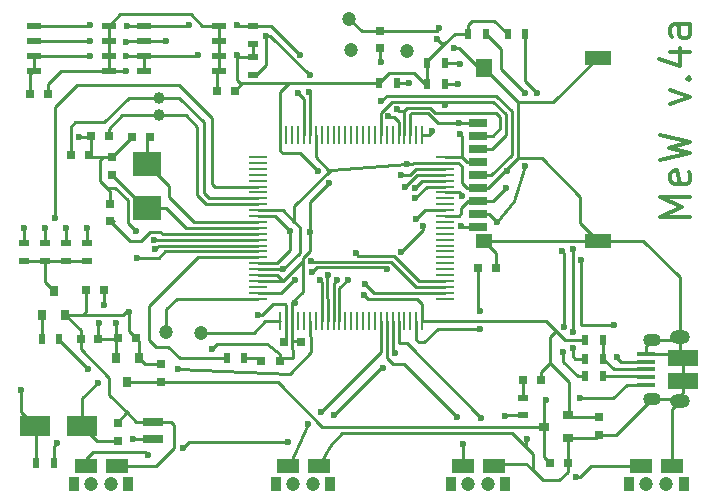
<source format=gbr>
G04 #@! TF.FileFunction,Copper,L1,Top,Signal*
%FSLAX46Y46*%
G04 Gerber Fmt 4.6, Leading zero omitted, Abs format (unit mm)*
G04 Created by KiCad (PCBNEW 4.0.4-stable) date Sun Apr  9 13:13:39 2017*
%MOMM*%
%LPD*%
G01*
G04 APERTURE LIST*
%ADD10C,0.250000*%
%ADD11C,0.300000*%
%ADD12R,1.800000X0.800000*%
%ADD13R,1.650000X0.400000*%
%ADD14O,1.500000X1.100000*%
%ADD15O,1.700000X1.200000*%
%ADD16R,2.500000X1.430000*%
%ADD17R,0.800000X0.750000*%
%ADD18R,0.750000X0.800000*%
%ADD19R,2.200000X1.200000*%
%ADD20R,1.400000X1.600000*%
%ADD21R,1.400000X1.200000*%
%ADD22R,1.600000X0.700000*%
%ADD23R,2.500000X1.800000*%
%ADD24R,0.800000X0.800000*%
%ADD25C,1.200000*%
%ADD26R,0.800000X0.900000*%
%ADD27R,0.500000X0.900000*%
%ADD28R,0.900000X0.500000*%
%ADD29R,1.900000X1.200000*%
%ADD30R,0.900000X1.200000*%
%ADD31R,1.143000X0.508000*%
%ADD32R,0.900000X0.800000*%
%ADD33R,1.500000X0.280000*%
%ADD34R,0.280000X1.500000*%
%ADD35R,2.400000X2.000000*%
%ADD36C,1.000000*%
%ADD37C,0.600000*%
G04 APERTURE END LIST*
D10*
D11*
X158030952Y-68379762D02*
X155530952Y-68379762D01*
X157316667Y-67546429D01*
X155530952Y-66713095D01*
X158030952Y-66713095D01*
X157911905Y-64570238D02*
X158030952Y-64808333D01*
X158030952Y-65284524D01*
X157911905Y-65522619D01*
X157673810Y-65641667D01*
X156721429Y-65641667D01*
X156483333Y-65522619D01*
X156364286Y-65284524D01*
X156364286Y-64808333D01*
X156483333Y-64570238D01*
X156721429Y-64451190D01*
X156959524Y-64451190D01*
X157197619Y-65641667D01*
X155530952Y-63617857D02*
X158030952Y-63022619D01*
X156245238Y-62546429D01*
X158030952Y-62070238D01*
X155530952Y-61475000D01*
X156364286Y-58855952D02*
X158030952Y-58260714D01*
X156364286Y-57665476D01*
X157792857Y-56713095D02*
X157911905Y-56594047D01*
X158030952Y-56713095D01*
X157911905Y-56832143D01*
X157792857Y-56713095D01*
X158030952Y-56713095D01*
X156364286Y-54451190D02*
X158030952Y-54451190D01*
X155411905Y-55046428D02*
X157197619Y-55641667D01*
X157197619Y-54094047D01*
X158030952Y-52070238D02*
X156721429Y-52070238D01*
X156483333Y-52189286D01*
X156364286Y-52427381D01*
X156364286Y-52903572D01*
X156483333Y-53141667D01*
X157911905Y-52070238D02*
X158030952Y-52308334D01*
X158030952Y-52903572D01*
X157911905Y-53141667D01*
X157673810Y-53260715D01*
X157435714Y-53260715D01*
X157197619Y-53141667D01*
X157078571Y-52903572D01*
X157078571Y-52308334D01*
X156959524Y-52070238D01*
D12*
X112525000Y-85750000D03*
X112525000Y-87250000D03*
D13*
X154290000Y-82610000D03*
X154290000Y-81960000D03*
X154290000Y-81310000D03*
X154290000Y-80660000D03*
X154290000Y-80010000D03*
D14*
X154850000Y-83800000D03*
X154800000Y-78860000D03*
D15*
X157170000Y-84040000D03*
X157170000Y-78580000D03*
D16*
X157410000Y-82270000D03*
X157410000Y-80350000D03*
D17*
X140120000Y-72730000D03*
X141620000Y-72730000D03*
X112320000Y-61610000D03*
X110820000Y-61610000D03*
D18*
X131800000Y-54150000D03*
X131800000Y-52650000D03*
X109080000Y-64850000D03*
X109080000Y-63350000D03*
X108940000Y-68780000D03*
X108940000Y-67280000D03*
D17*
X102175000Y-58000000D03*
X103675000Y-58000000D03*
X146160000Y-89230000D03*
X147660000Y-89230000D03*
X125125000Y-79000000D03*
X123625000Y-79000000D03*
D18*
X150320000Y-85360000D03*
X150320000Y-86860000D03*
X113225000Y-82400000D03*
X113225000Y-80900000D03*
D17*
X119500000Y-57775000D03*
X118000000Y-57775000D03*
X107925000Y-78725000D03*
X106425000Y-78725000D03*
X106925000Y-74625000D03*
X108425000Y-74625000D03*
X107125000Y-63175000D03*
X105625000Y-63175000D03*
D18*
X109575000Y-87375000D03*
X109575000Y-85875000D03*
D17*
X109625000Y-78700000D03*
X111125000Y-78700000D03*
X107300000Y-61600000D03*
X108800000Y-61600000D03*
D19*
X150200000Y-54920000D03*
X150200000Y-70420000D03*
D20*
X140600000Y-55820000D03*
D21*
X140600000Y-70420000D03*
D22*
X140100000Y-69270000D03*
X140100000Y-67070000D03*
X140100000Y-68170000D03*
X140100000Y-65970000D03*
X140100000Y-64870000D03*
X140100000Y-63770000D03*
X140100000Y-60470000D03*
X140100000Y-61570000D03*
X140100000Y-62670000D03*
D23*
X102550000Y-86100000D03*
X106550000Y-86100000D03*
D24*
X145450000Y-82200000D03*
X143850000Y-82200000D03*
X123300000Y-80600000D03*
X121700000Y-80600000D03*
D25*
X113700000Y-78150000D03*
X116625000Y-78225000D03*
X129200000Y-51625000D03*
X129360000Y-54320000D03*
X134110000Y-54340000D03*
D26*
X103190000Y-76692000D03*
X105090000Y-76692000D03*
X104140000Y-74692000D03*
D27*
X102650000Y-89250000D03*
X104150000Y-89250000D03*
X149180000Y-78850000D03*
X150680000Y-78850000D03*
X149170000Y-80410000D03*
X150670000Y-80410000D03*
X149180000Y-81920000D03*
X150680000Y-81920000D03*
D28*
X101600000Y-70624000D03*
X101600000Y-72124000D03*
X106934000Y-70624000D03*
X106934000Y-72124000D03*
X103378000Y-70624000D03*
X103378000Y-72124000D03*
X143900000Y-83725000D03*
X143900000Y-85225000D03*
X105156000Y-70624000D03*
X105156000Y-72124000D03*
D27*
X103136000Y-78740000D03*
X104636000Y-78740000D03*
X120300000Y-80350000D03*
X118800000Y-80350000D03*
D28*
X121025000Y-54900000D03*
X121025000Y-56400000D03*
X121025000Y-53775000D03*
X121025000Y-52275000D03*
D27*
X135770000Y-57200000D03*
X137270000Y-57200000D03*
X131690000Y-57110000D03*
X133190000Y-57110000D03*
X135790000Y-55420000D03*
X137290000Y-55420000D03*
X142580000Y-52950000D03*
X144080000Y-52950000D03*
X139225000Y-52925000D03*
X140725000Y-52925000D03*
D29*
X126610000Y-89470000D03*
X123960000Y-89490000D03*
D25*
X124400000Y-91000000D03*
D30*
X122940000Y-91020000D03*
X127560000Y-91000000D03*
D25*
X126100000Y-91000000D03*
D29*
X141435000Y-89470000D03*
X138785000Y-89490000D03*
D25*
X139225000Y-91000000D03*
D30*
X137765000Y-91020000D03*
X142385000Y-91000000D03*
D25*
X140925000Y-91000000D03*
D29*
X109535000Y-89470000D03*
X106885000Y-89490000D03*
D25*
X107325000Y-91000000D03*
D30*
X105865000Y-91020000D03*
X110485000Y-91000000D03*
D25*
X109025000Y-91000000D03*
D29*
X156535000Y-89470000D03*
X153885000Y-89490000D03*
D25*
X154325000Y-91000000D03*
D30*
X152865000Y-91020000D03*
X157485000Y-91000000D03*
D25*
X156025000Y-91000000D03*
D31*
X111812500Y-56017500D03*
X111812500Y-54747500D03*
X111812500Y-53477500D03*
X111812500Y-52207500D03*
X118162500Y-52207500D03*
X118162500Y-53477500D03*
X118162500Y-54747500D03*
X118162500Y-56017500D03*
D32*
X147690000Y-87120000D03*
X147690000Y-85220000D03*
X145690000Y-86170000D03*
D33*
X121450000Y-63340000D03*
X121450000Y-63840000D03*
X121450000Y-64340000D03*
X121450000Y-64840000D03*
X121450000Y-65340000D03*
X121450000Y-65840000D03*
X121450000Y-66340000D03*
X121450000Y-66840000D03*
X121450000Y-67340000D03*
X121450000Y-67840000D03*
X121450000Y-68340000D03*
X121450000Y-68840000D03*
X121450000Y-69340000D03*
X121450000Y-69840000D03*
X121450000Y-70340000D03*
X121450000Y-70840000D03*
X121450000Y-71340000D03*
X121450000Y-71840000D03*
X121450000Y-72340000D03*
X121450000Y-72840000D03*
X121450000Y-73340000D03*
X121450000Y-73840000D03*
X121450000Y-74340000D03*
X121450000Y-74840000D03*
X121450000Y-75340000D03*
D34*
X123350000Y-77240000D03*
X123850000Y-77240000D03*
X124350000Y-77240000D03*
X124850000Y-77240000D03*
X125350000Y-77240000D03*
X125850000Y-77240000D03*
X126350000Y-77240000D03*
X126850000Y-77240000D03*
X127350000Y-77240000D03*
X127850000Y-77240000D03*
X128350000Y-77240000D03*
X128850000Y-77240000D03*
X129350000Y-77240000D03*
X129850000Y-77240000D03*
X130350000Y-77240000D03*
X130850000Y-77240000D03*
X131350000Y-77240000D03*
X131850000Y-77240000D03*
X132350000Y-77240000D03*
X132850000Y-77240000D03*
X133350000Y-77240000D03*
X133850000Y-77240000D03*
X134350000Y-77240000D03*
X134850000Y-77240000D03*
X135350000Y-77240000D03*
D33*
X137250000Y-75340000D03*
X137250000Y-74840000D03*
X137250000Y-74340000D03*
X137250000Y-73840000D03*
X137250000Y-73340000D03*
X137250000Y-72840000D03*
X137250000Y-72340000D03*
X137250000Y-71840000D03*
X137250000Y-71340000D03*
X137250000Y-70840000D03*
X137250000Y-70340000D03*
X137250000Y-69840000D03*
X137250000Y-69340000D03*
X137250000Y-68840000D03*
X137250000Y-68340000D03*
X137250000Y-67840000D03*
X137250000Y-67340000D03*
X137250000Y-66840000D03*
X137250000Y-66340000D03*
X137250000Y-65840000D03*
X137250000Y-65340000D03*
X137250000Y-64840000D03*
X137250000Y-64340000D03*
X137250000Y-63840000D03*
X137250000Y-63340000D03*
D34*
X135350000Y-61440000D03*
X134850000Y-61440000D03*
X134350000Y-61440000D03*
X133850000Y-61440000D03*
X133350000Y-61440000D03*
X132850000Y-61440000D03*
X132350000Y-61440000D03*
X131850000Y-61440000D03*
X131350000Y-61440000D03*
X130850000Y-61440000D03*
X130350000Y-61440000D03*
X129850000Y-61440000D03*
X129350000Y-61440000D03*
X128850000Y-61440000D03*
X128350000Y-61440000D03*
X127850000Y-61440000D03*
X127350000Y-61440000D03*
X126850000Y-61440000D03*
X126350000Y-61440000D03*
X125850000Y-61440000D03*
X125350000Y-61440000D03*
X124850000Y-61440000D03*
X124350000Y-61440000D03*
X123850000Y-61440000D03*
X123350000Y-61440000D03*
D26*
X111350000Y-80350000D03*
X109450000Y-80350000D03*
X110400000Y-82350000D03*
D31*
X102472500Y-56017500D03*
X102472500Y-54747500D03*
X102472500Y-53477500D03*
X102472500Y-52207500D03*
X108822500Y-52207500D03*
X108822500Y-53477500D03*
X108822500Y-54747500D03*
X108822500Y-56017500D03*
D35*
X112060000Y-63950000D03*
X112060000Y-67650000D03*
D36*
X113100000Y-58320000D03*
X113100000Y-59820000D03*
D37*
X104475000Y-87525000D03*
X110850000Y-87175000D03*
X144250000Y-87200000D03*
X142350000Y-85275000D03*
X106275000Y-61625000D03*
X110250000Y-56025000D03*
X110490000Y-76454000D03*
X111160000Y-69620000D03*
X136790000Y-52440000D03*
X138010000Y-54070000D03*
X142570000Y-64530000D03*
X134110000Y-63900000D03*
X121460000Y-76680000D03*
X123550000Y-72850000D03*
X140230000Y-77910000D03*
X140210000Y-76420000D03*
X131840000Y-55280000D03*
X133590000Y-64850000D03*
X116400000Y-54675000D03*
X119650000Y-54700000D03*
X107225000Y-54750000D03*
X110300000Y-54800000D03*
X107875000Y-82450000D03*
X117575000Y-79575000D03*
X136570000Y-53380000D03*
X138520000Y-61390000D03*
X130450000Y-75060000D03*
X124610000Y-75720000D03*
X126540000Y-64560000D03*
X127480000Y-65520000D03*
X124190000Y-69630000D03*
X125840000Y-69660000D03*
X148720000Y-83760000D03*
X145850000Y-83930000D03*
X138640000Y-69170000D03*
X135410000Y-69220000D03*
X133550000Y-71350000D03*
X132410000Y-72860000D03*
X126000000Y-73080000D03*
X124620000Y-73750000D03*
X145090000Y-57940000D03*
X142470000Y-65990000D03*
X144080000Y-57940000D03*
X144050000Y-64100000D03*
X141690000Y-68840000D03*
X134810000Y-68590000D03*
X132490000Y-59900000D03*
X131900000Y-58640000D03*
X138420000Y-57200000D03*
X138440000Y-60470000D03*
X134230000Y-57040000D03*
X133240000Y-59310000D03*
X138520000Y-55440000D03*
X137250000Y-58920000D03*
X104250000Y-68500000D03*
X101350000Y-83100000D03*
X151870000Y-80310000D03*
X151610000Y-77570000D03*
X148830000Y-72100000D03*
X138730000Y-66630000D03*
X107000000Y-69375000D03*
X125970000Y-72180000D03*
X129720000Y-71480000D03*
X112760000Y-71140000D03*
X112610000Y-70330000D03*
X130480000Y-74080000D03*
X111180000Y-71860000D03*
X133900000Y-65880000D03*
X136180000Y-61130000D03*
X134750000Y-65970000D03*
X148100000Y-71170000D03*
X148120000Y-78170000D03*
X148100000Y-79480000D03*
X147290000Y-79810000D03*
X147340000Y-77710000D03*
X147220000Y-71310000D03*
X134780000Y-66840000D03*
X107050000Y-81275000D03*
X114650000Y-81275000D03*
X125825000Y-56425000D03*
X125800000Y-57800000D03*
X122100000Y-53075000D03*
X113625000Y-53500000D03*
X110300000Y-53575000D03*
X107225000Y-53500000D03*
X125000000Y-54700000D03*
X124825000Y-57900000D03*
X119650000Y-52150000D03*
X115625000Y-52175000D03*
X110350000Y-52225000D03*
X107225000Y-52175000D03*
X126800000Y-84950000D03*
X125700000Y-85925000D03*
X138300000Y-85375000D03*
X138800000Y-87600000D03*
X112175000Y-88550000D03*
X115075000Y-87950000D03*
X124025000Y-87450000D03*
X127900000Y-85175000D03*
X132025000Y-81175000D03*
X133025000Y-79925000D03*
X140350000Y-85425000D03*
X148350000Y-90450000D03*
X129050000Y-73740000D03*
X128120000Y-73780000D03*
X127410000Y-73320000D03*
X126690000Y-73790000D03*
X101600000Y-69342000D03*
X103400000Y-69375000D03*
X105175000Y-69350000D03*
X108400000Y-75850000D03*
X108000000Y-77425000D03*
X109450000Y-77425000D03*
D10*
X112525000Y-87250000D02*
X110925000Y-87250000D01*
X104150000Y-87850000D02*
X104150000Y-89250000D01*
X104475000Y-87525000D02*
X104150000Y-87850000D01*
X110925000Y-87250000D02*
X110850000Y-87175000D01*
X157410000Y-82270000D02*
X157410000Y-80350000D01*
X108822500Y-54747500D02*
X108822500Y-53477500D01*
X156535000Y-89470000D02*
X156535000Y-84675000D01*
X156535000Y-84675000D02*
X157170000Y-84040000D01*
X143900000Y-85225000D02*
X142400000Y-85225000D01*
X144162500Y-87287500D02*
X144162500Y-87912500D01*
X144250000Y-87200000D02*
X144162500Y-87287500D01*
X142400000Y-85225000D02*
X142350000Y-85275000D01*
X109535000Y-89470000D02*
X112855000Y-89470000D01*
X114050000Y-85750000D02*
X112525000Y-85750000D01*
X114350000Y-86050000D02*
X114050000Y-85750000D01*
X114350000Y-87975000D02*
X114350000Y-86050000D01*
X112855000Y-89470000D02*
X114350000Y-87975000D01*
X141435000Y-89295000D02*
X144170000Y-89295000D01*
X144170000Y-89295000D02*
X144700000Y-89825000D01*
X126625000Y-89500000D02*
X127535000Y-87790000D01*
X147660000Y-89990000D02*
X147660000Y-89230000D01*
X146975000Y-90675000D02*
X147660000Y-89990000D01*
X145550000Y-90675000D02*
X146975000Y-90675000D01*
X144700000Y-89825000D02*
X145550000Y-90675000D01*
X144700000Y-88450000D02*
X144700000Y-89825000D01*
X142975000Y-86725000D02*
X144162500Y-87912500D01*
X144162500Y-87912500D02*
X144700000Y-88450000D01*
X128600000Y-86725000D02*
X142975000Y-86725000D01*
X127535000Y-87790000D02*
X128600000Y-86725000D01*
X118000000Y-57775000D02*
X118000000Y-56180000D01*
X118000000Y-56180000D02*
X118162500Y-56017500D01*
X103675000Y-58000000D02*
X103675000Y-57125000D01*
X104782500Y-56017500D02*
X108822500Y-56017500D01*
X103675000Y-57125000D02*
X104782500Y-56017500D01*
X109080000Y-63350000D02*
X107300000Y-63350000D01*
X107300000Y-63350000D02*
X107300000Y-61600000D01*
X107300000Y-61600000D02*
X107275000Y-61625000D01*
X107275000Y-61625000D02*
X106275000Y-61625000D01*
X110250000Y-56025000D02*
X110242500Y-56017500D01*
X110242500Y-56017500D02*
X108822500Y-56017500D01*
X118162500Y-56017500D02*
X118162500Y-54747500D01*
X118162500Y-54747500D02*
X118162500Y-53477500D01*
X118162500Y-53477500D02*
X118162500Y-52207500D01*
X118162500Y-52207500D02*
X116707500Y-52207500D01*
X109755000Y-51275000D02*
X108822500Y-52207500D01*
X115775000Y-51275000D02*
X109755000Y-51275000D01*
X116707500Y-52207500D02*
X115775000Y-51275000D01*
X108822500Y-52207500D02*
X108822500Y-54747500D01*
X108822500Y-54747500D02*
X108822500Y-56017500D01*
X123625000Y-79000000D02*
X123625000Y-78825000D01*
X123625000Y-78825000D02*
X123850000Y-78600000D01*
X123850000Y-78600000D02*
X123850000Y-77240000D01*
X106925000Y-74625000D02*
X106925000Y-76400000D01*
X106925000Y-76400000D02*
X106633000Y-76692000D01*
X131800000Y-52650000D02*
X130225000Y-52650000D01*
X130225000Y-52650000D02*
X129200000Y-51625000D01*
X109575000Y-85875000D02*
X109575000Y-85750000D01*
X109575000Y-85750000D02*
X110275000Y-85050000D01*
X110275000Y-85050000D02*
X110425000Y-85050000D01*
X112525000Y-85750000D02*
X111125000Y-85750000D01*
X106425000Y-79625000D02*
X106425000Y-78725000D01*
X108875000Y-82075000D02*
X106425000Y-79625000D01*
X108875000Y-83500000D02*
X108875000Y-82075000D01*
X111125000Y-85750000D02*
X110425000Y-85050000D01*
X110425000Y-85050000D02*
X108875000Y-83500000D01*
X106425000Y-78725000D02*
X106425000Y-78027000D01*
X106425000Y-78027000D02*
X105090000Y-76692000D01*
X113225000Y-80900000D02*
X111900000Y-80900000D01*
X111900000Y-80900000D02*
X111350000Y-80350000D01*
X111350000Y-80350000D02*
X111350000Y-78925000D01*
X111350000Y-78925000D02*
X110490000Y-78065000D01*
X110490000Y-78065000D02*
X110490000Y-76454000D01*
X105090000Y-76692000D02*
X106633000Y-76692000D01*
X106633000Y-76692000D02*
X109998000Y-76692000D01*
X110236000Y-76454000D02*
X110490000Y-76454000D01*
X109998000Y-76692000D02*
X110236000Y-76454000D01*
X108940000Y-67280000D02*
X108940000Y-66260000D01*
X108940000Y-66260000D02*
X108640000Y-65960000D01*
X110820000Y-61610000D02*
X109080000Y-63350000D01*
X109080000Y-63350000D02*
X108300000Y-63350000D01*
X108300000Y-63350000D02*
X108040000Y-63610000D01*
X108040000Y-63610000D02*
X108040000Y-65360000D01*
X108040000Y-65360000D02*
X108640000Y-65960000D01*
X108640000Y-65960000D02*
X109380000Y-65960000D01*
X109380000Y-65960000D02*
X110430000Y-67010000D01*
X110430000Y-67010000D02*
X110430000Y-68890000D01*
X110430000Y-68890000D02*
X111160000Y-69620000D01*
X141620000Y-72730000D02*
X141620000Y-71440000D01*
X141620000Y-71440000D02*
X140600000Y-70420000D01*
X140600000Y-55820000D02*
X140190000Y-55820000D01*
X140190000Y-55820000D02*
X138440000Y-54070000D01*
X136580000Y-52650000D02*
X131800000Y-52650000D01*
X136790000Y-52440000D02*
X136580000Y-52650000D01*
X138440000Y-54070000D02*
X138010000Y-54070000D01*
X140100000Y-65970000D02*
X139170000Y-65970000D01*
X138410000Y-63840000D02*
X137250000Y-63840000D01*
X138710000Y-64140000D02*
X138410000Y-63840000D01*
X138710000Y-65510000D02*
X138710000Y-64140000D01*
X139170000Y-65970000D02*
X138710000Y-65510000D01*
X147660000Y-89230000D02*
X147660000Y-87150000D01*
X147660000Y-87150000D02*
X147690000Y-87120000D01*
X147690000Y-87120000D02*
X150060000Y-87120000D01*
X150060000Y-87120000D02*
X150320000Y-86860000D01*
X150320000Y-86860000D02*
X151790000Y-86860000D01*
X151790000Y-86860000D02*
X154850000Y-83800000D01*
X154290000Y-80010000D02*
X157070000Y-80010000D01*
X157070000Y-80010000D02*
X157410000Y-80350000D01*
X154800000Y-78860000D02*
X156890000Y-78860000D01*
X156890000Y-78860000D02*
X157170000Y-78580000D01*
X154290000Y-80010000D02*
X154290000Y-79370000D01*
X154290000Y-79370000D02*
X154800000Y-78860000D01*
X157170000Y-78580000D02*
X157170000Y-73510000D01*
X154080000Y-70420000D02*
X150200000Y-70420000D01*
X157170000Y-73510000D02*
X154080000Y-70420000D01*
X154850000Y-83800000D02*
X156930000Y-83800000D01*
X156930000Y-83800000D02*
X157410000Y-83320000D01*
X157410000Y-83320000D02*
X157410000Y-80350000D01*
X157410000Y-80350000D02*
X157170000Y-80110000D01*
X157170000Y-80110000D02*
X157170000Y-78580000D01*
X157170000Y-78580000D02*
X156890000Y-78860000D01*
X124530000Y-68820000D02*
X124530000Y-67530000D01*
X124530000Y-67530000D02*
X127630000Y-64430000D01*
X134110000Y-63900000D02*
X127630000Y-64430000D01*
X127630000Y-64430000D02*
X127400000Y-64430000D01*
X127400000Y-64430000D02*
X126350000Y-63380000D01*
X126350000Y-63380000D02*
X126350000Y-61440000D01*
X137250000Y-63840000D02*
X135120000Y-63840000D01*
X135120000Y-63840000D02*
X134110000Y-63900000D01*
X142570000Y-64530000D02*
X142570000Y-64540000D01*
X140600000Y-70420000D02*
X150200000Y-70420000D01*
X143500000Y-63460000D02*
X145470000Y-63460000D01*
X145470000Y-63460000D02*
X148700000Y-66690000D01*
X148700000Y-66690000D02*
X148700000Y-68920000D01*
X148700000Y-68920000D02*
X150200000Y-70420000D01*
X143495000Y-58715000D02*
X146405000Y-58715000D01*
X146405000Y-58715000D02*
X150200000Y-54920000D01*
X140100000Y-65970000D02*
X140960000Y-65970000D01*
X143500000Y-58720000D02*
X143495000Y-58715000D01*
X143495000Y-58715000D02*
X140600000Y-55820000D01*
X143500000Y-63430000D02*
X143500000Y-63460000D01*
X143500000Y-63460000D02*
X143500000Y-58720000D01*
X140960000Y-65970000D02*
X143500000Y-63430000D01*
X123850000Y-77240000D02*
X123850000Y-75850000D01*
X121820000Y-76680000D02*
X121460000Y-76680000D01*
X122750000Y-75750000D02*
X121820000Y-76680000D01*
X123750000Y-75750000D02*
X122750000Y-75750000D01*
X123850000Y-75850000D02*
X123750000Y-75750000D01*
X123550000Y-72850000D02*
X123610000Y-72850000D01*
X123550000Y-67840000D02*
X121450000Y-67840000D01*
X125000000Y-69290000D02*
X124530000Y-68820000D01*
X124530000Y-68820000D02*
X123550000Y-67840000D01*
X125000000Y-71460000D02*
X125000000Y-69290000D01*
X123610000Y-72850000D02*
X125000000Y-71460000D01*
X123540000Y-72840000D02*
X121450000Y-72840000D01*
X123550000Y-72850000D02*
X123540000Y-72840000D01*
X134850000Y-77240000D02*
X134850000Y-78810000D01*
X136670000Y-77890000D02*
X140210000Y-77890000D01*
X135520000Y-79040000D02*
X136670000Y-77890000D01*
X135080000Y-79040000D02*
X135520000Y-79040000D01*
X134850000Y-78810000D02*
X135080000Y-79040000D01*
X140210000Y-77890000D02*
X140230000Y-77910000D01*
X140210000Y-76420000D02*
X140120000Y-76330000D01*
X140120000Y-76330000D02*
X140120000Y-72730000D01*
X112060000Y-63950000D02*
X112060000Y-61870000D01*
X112060000Y-61870000D02*
X112320000Y-61610000D01*
X121450000Y-68840000D02*
X116010000Y-68840000D01*
X113910000Y-65800000D02*
X112060000Y-63950000D01*
X113910000Y-66740000D02*
X113910000Y-65800000D01*
X116010000Y-68840000D02*
X113910000Y-66740000D01*
X131800000Y-55240000D02*
X131800000Y-54150000D01*
X131840000Y-55280000D02*
X131800000Y-55240000D01*
X137250000Y-64340000D02*
X134803602Y-64340000D01*
X134293602Y-64850000D02*
X133590000Y-64850000D01*
X134803602Y-64340000D02*
X134293602Y-64850000D01*
X112060000Y-67650000D02*
X111880000Y-67650000D01*
X111880000Y-67650000D02*
X109080000Y-64850000D01*
X121450000Y-69340000D02*
X115370000Y-69340000D01*
X113680000Y-67650000D02*
X112060000Y-67650000D01*
X115370000Y-69340000D02*
X113680000Y-67650000D01*
X121450000Y-69840000D02*
X113340000Y-69840000D01*
X110635000Y-70475000D02*
X108940000Y-68780000D01*
X111550000Y-70475000D02*
X110635000Y-70475000D01*
X112325000Y-69700000D02*
X111550000Y-70475000D01*
X113200000Y-69700000D02*
X112325000Y-69700000D01*
X113340000Y-69840000D02*
X113200000Y-69700000D01*
X109250000Y-68780000D02*
X108940000Y-68780000D01*
X145450000Y-82200000D02*
X145450000Y-81575000D01*
X145450000Y-81575000D02*
X146217500Y-80807500D01*
X119500000Y-57775000D02*
X119500000Y-57725000D01*
X119500000Y-57725000D02*
X120115000Y-57110000D01*
X124200000Y-57110000D02*
X120115000Y-57110000D01*
X120115000Y-57110000D02*
X119935000Y-57110000D01*
X119650000Y-56825000D02*
X119650000Y-54700000D01*
X119935000Y-57110000D02*
X119650000Y-56825000D01*
X111812500Y-54747500D02*
X116352500Y-54747500D01*
X116352500Y-54747500D02*
X116400000Y-54700000D01*
X116400000Y-54700000D02*
X116400000Y-54675000D01*
X119850000Y-54900000D02*
X121025000Y-54900000D01*
X119650000Y-54700000D02*
X119850000Y-54900000D01*
X121025000Y-54900000D02*
X121025000Y-53775000D01*
X102175000Y-58000000D02*
X102175000Y-56315000D01*
X102175000Y-56315000D02*
X102472500Y-56017500D01*
X102472500Y-56017500D02*
X102472500Y-54747500D01*
X102472500Y-54747500D02*
X102475000Y-54750000D01*
X102475000Y-54750000D02*
X107225000Y-54750000D01*
X110300000Y-54800000D02*
X110352500Y-54747500D01*
X110352500Y-54747500D02*
X111812500Y-54747500D01*
X111812500Y-54747500D02*
X111812500Y-56017500D01*
X124363748Y-78950251D02*
X125075251Y-78950251D01*
X125075251Y-78950251D02*
X125125000Y-79000000D01*
X109575000Y-87375000D02*
X107825000Y-87375000D01*
X107825000Y-87375000D02*
X106550000Y-86100000D01*
X123300000Y-80375000D02*
X123300000Y-80050000D01*
X106550000Y-83775000D02*
X106550000Y-86100000D01*
X107875000Y-82450000D02*
X106550000Y-83775000D01*
X118000000Y-79150000D02*
X117575000Y-79575000D01*
X122175000Y-79150000D02*
X118000000Y-79150000D01*
X123300000Y-80050000D02*
X122175000Y-79150000D01*
X123300000Y-80375000D02*
X123375000Y-80375000D01*
X123375000Y-80375000D02*
X124375000Y-80350000D01*
X124375000Y-80350000D02*
X124363748Y-78950251D01*
X124363748Y-78950251D02*
X124350000Y-77240000D01*
X138700000Y-63340000D02*
X138700000Y-61570000D01*
X136915000Y-53725000D02*
X137295000Y-53725000D01*
X136570000Y-53380000D02*
X136915000Y-53725000D01*
X138700000Y-61570000D02*
X138520000Y-61390000D01*
X150320000Y-85360000D02*
X147830000Y-85360000D01*
X147830000Y-85360000D02*
X147770000Y-85300000D01*
X147770000Y-85300000D02*
X147770000Y-82360000D01*
X147770000Y-82360000D02*
X146217500Y-80807500D01*
X146217500Y-80807500D02*
X146210000Y-80800000D01*
X146210000Y-80800000D02*
X146210000Y-78560000D01*
X146210000Y-78560000D02*
X146685000Y-78085000D01*
X139225000Y-52925000D02*
X139225000Y-52195000D01*
X141440000Y-51810000D02*
X142580000Y-52950000D01*
X139610000Y-51810000D02*
X141440000Y-51810000D01*
X139225000Y-52195000D02*
X139610000Y-51810000D01*
X135790000Y-55420000D02*
X135790000Y-55230000D01*
X135790000Y-55230000D02*
X137295000Y-53725000D01*
X137295000Y-53725000D02*
X138095000Y-52925000D01*
X138095000Y-52925000D02*
X139225000Y-52925000D01*
X123350000Y-61440000D02*
X123350000Y-57840000D01*
X124080000Y-57110000D02*
X124200000Y-57110000D01*
X124200000Y-57110000D02*
X131690000Y-57110000D01*
X123350000Y-57840000D02*
X124080000Y-57110000D01*
X135350000Y-77240000D02*
X145840000Y-77240000D01*
X147450000Y-78850000D02*
X149180000Y-78850000D01*
X145840000Y-77240000D02*
X146685000Y-78085000D01*
X146685000Y-78085000D02*
X147450000Y-78850000D01*
X124350000Y-75650000D02*
X124540000Y-75650000D01*
X135350000Y-75810000D02*
X135350000Y-77240000D01*
X134880000Y-75340000D02*
X135350000Y-75810000D01*
X130730000Y-75340000D02*
X134880000Y-75340000D01*
X130450000Y-75060000D02*
X130730000Y-75340000D01*
X124540000Y-75650000D02*
X124610000Y-75720000D01*
X125840000Y-69660000D02*
X125840000Y-67160000D01*
X123350000Y-62800000D02*
X123350000Y-61440000D01*
X123540000Y-62990000D02*
X123350000Y-62800000D01*
X124970000Y-62990000D02*
X123540000Y-62990000D01*
X126540000Y-64560000D02*
X124970000Y-62990000D01*
X125840000Y-67160000D02*
X127480000Y-65520000D01*
X137250000Y-63340000D02*
X138700000Y-63340000D01*
X139130000Y-63770000D02*
X140100000Y-63770000D01*
X138700000Y-63340000D02*
X139130000Y-63770000D01*
X135770000Y-57200000D02*
X135600000Y-57200000D01*
X135600000Y-57200000D02*
X134650000Y-56250000D01*
X134650000Y-56250000D02*
X132550000Y-56250000D01*
X132550000Y-56250000D02*
X131690000Y-57110000D01*
X135770000Y-57200000D02*
X135770000Y-55440000D01*
X135770000Y-55440000D02*
X135790000Y-55420000D01*
X125250000Y-72150000D02*
X125250000Y-74750000D01*
X124350000Y-75650000D02*
X124350000Y-77240000D01*
X125250000Y-74750000D02*
X124350000Y-75650000D01*
X121450000Y-72340000D02*
X123100000Y-72340000D01*
X124190000Y-71250000D02*
X124190000Y-69630000D01*
X123100000Y-72340000D02*
X124190000Y-71250000D01*
X121450000Y-73340000D02*
X123060000Y-73340000D01*
X123060000Y-73340000D02*
X123560000Y-73840000D01*
X121450000Y-73840000D02*
X123560000Y-73840000D01*
X122900000Y-68340000D02*
X124190000Y-69630000D01*
X122900000Y-68340000D02*
X121450000Y-68340000D01*
X125840000Y-71310000D02*
X125840000Y-69660000D01*
X125250000Y-71900000D02*
X125840000Y-71310000D01*
X125250000Y-72150000D02*
X125250000Y-71900000D01*
X123560000Y-73840000D02*
X125250000Y-72150000D01*
X113225000Y-82400000D02*
X123125000Y-82400000D01*
X126895000Y-86170000D02*
X145690000Y-86170000D01*
X123125000Y-82400000D02*
X126895000Y-86170000D01*
X110400000Y-82350000D02*
X113175000Y-82350000D01*
X113175000Y-82350000D02*
X113225000Y-82400000D01*
X146160000Y-89230000D02*
X146160000Y-89210000D01*
X146160000Y-89210000D02*
X145690000Y-88740000D01*
X145690000Y-88740000D02*
X145690000Y-86170000D01*
X154290000Y-82610000D02*
X152700000Y-82610000D01*
X152700000Y-82610000D02*
X151550000Y-83760000D01*
X151550000Y-83760000D02*
X148720000Y-83760000D01*
X145850000Y-83930000D02*
X145690000Y-84090000D01*
X145690000Y-84090000D02*
X145690000Y-86170000D01*
X105625000Y-63175000D02*
X105625000Y-60775000D01*
X110505000Y-58320000D02*
X113100000Y-58320000D01*
X108425000Y-60400000D02*
X110505000Y-58320000D01*
X106000000Y-60400000D02*
X108425000Y-60400000D01*
X105625000Y-60775000D02*
X106000000Y-60400000D01*
X113100000Y-58320000D02*
X114770000Y-58320000D01*
X117340000Y-66840000D02*
X121450000Y-66840000D01*
X116860000Y-66360000D02*
X117340000Y-66840000D01*
X116860000Y-60410000D02*
X116860000Y-66360000D01*
X114770000Y-58320000D02*
X116860000Y-60410000D01*
X108800000Y-61600000D02*
X108800000Y-61000000D01*
X109980000Y-59820000D02*
X113100000Y-59820000D01*
X108800000Y-61000000D02*
X109980000Y-59820000D01*
X121450000Y-67340000D02*
X117080000Y-67340000D01*
X115320000Y-59820000D02*
X113100000Y-59820000D01*
X116330000Y-60830000D02*
X115320000Y-59820000D01*
X116330000Y-66590000D02*
X116330000Y-60830000D01*
X117080000Y-67340000D02*
X116330000Y-66590000D01*
X121450000Y-74840000D02*
X123430000Y-74840000D01*
X138740000Y-69270000D02*
X140100000Y-69270000D01*
X138640000Y-69170000D02*
X138740000Y-69270000D01*
X135390000Y-69240000D02*
X135410000Y-69220000D01*
X135390000Y-69510000D02*
X135390000Y-69240000D01*
X133550000Y-71350000D02*
X135390000Y-69510000D01*
X132210002Y-72660002D02*
X132410000Y-72860000D01*
X126419998Y-72660002D02*
X132210002Y-72660002D01*
X126000000Y-73080000D02*
X126419998Y-72660002D01*
X124520000Y-73750000D02*
X124620000Y-73750000D01*
X123430000Y-74840000D02*
X124520000Y-73750000D01*
X140100000Y-67070000D02*
X141390000Y-67070000D01*
X144080000Y-56930000D02*
X144080000Y-52950000D01*
X145090000Y-57940000D02*
X144080000Y-56930000D01*
X141390000Y-67070000D02*
X142470000Y-65990000D01*
X140100000Y-67070000D02*
X139230000Y-67070000D01*
X138460000Y-68340000D02*
X137250000Y-68340000D01*
X138680000Y-68120000D02*
X138460000Y-68340000D01*
X138680000Y-67620000D02*
X138680000Y-68120000D01*
X139230000Y-67070000D02*
X138680000Y-67620000D01*
X141690000Y-68840000D02*
X143135094Y-67036125D01*
X142030000Y-54230000D02*
X140725000Y-52925000D01*
X142030000Y-55890000D02*
X142030000Y-54230000D01*
X144080000Y-57940000D02*
X142030000Y-55890000D01*
X144030000Y-64100000D02*
X144050000Y-64100000D01*
X143135094Y-67036125D02*
X144030000Y-64100000D01*
X137250000Y-67840000D02*
X135560000Y-67840000D01*
X141020000Y-68170000D02*
X140100000Y-68170000D01*
X141690000Y-68840000D02*
X141020000Y-68170000D01*
X135560000Y-67840000D02*
X134810000Y-68590000D01*
X140100000Y-64870000D02*
X141190000Y-64870000D01*
X133350000Y-60340000D02*
X133350000Y-61440000D01*
X132950000Y-59940000D02*
X133350000Y-60340000D01*
X132530000Y-59940000D02*
X132950000Y-59940000D01*
X132490000Y-59900000D02*
X132530000Y-59940000D01*
X131900000Y-58630000D02*
X131900000Y-58640000D01*
X132340000Y-58190000D02*
X131900000Y-58630000D01*
X141640000Y-58190000D02*
X132340000Y-58190000D01*
X142930000Y-59480000D02*
X141640000Y-58190000D01*
X142930000Y-63130000D02*
X142930000Y-59480000D01*
X141190000Y-64870000D02*
X142930000Y-63130000D01*
X138140000Y-60470000D02*
X138440000Y-60470000D01*
X138420000Y-57200000D02*
X137270000Y-57200000D01*
X140100000Y-60470000D02*
X138140000Y-60470000D01*
X138140000Y-60470000D02*
X136690000Y-60470000D01*
X134350000Y-59700000D02*
X134350000Y-61440000D01*
X134450000Y-59600000D02*
X134350000Y-59700000D01*
X135820000Y-59600000D02*
X134450000Y-59600000D01*
X136690000Y-60470000D02*
X135820000Y-59600000D01*
X133850000Y-59410000D02*
X133340000Y-59410000D01*
X134160000Y-57110000D02*
X133190000Y-57110000D01*
X134230000Y-57040000D02*
X134160000Y-57110000D01*
X133340000Y-59410000D02*
X133240000Y-59310000D01*
X140100000Y-61570000D02*
X141320000Y-61570000D01*
X133850000Y-59410000D02*
X133850000Y-61440000D01*
X133899998Y-59360002D02*
X133850000Y-59410000D01*
X133899998Y-59320002D02*
X133899998Y-59360002D01*
X134070002Y-59149998D02*
X133899998Y-59320002D01*
X136006396Y-59149998D02*
X134070002Y-59149998D01*
X136456398Y-59600000D02*
X136006396Y-59149998D01*
X141640000Y-59600000D02*
X136456398Y-59600000D01*
X141980000Y-59940000D02*
X141640000Y-59600000D01*
X141980000Y-60910000D02*
X141980000Y-59940000D01*
X141320000Y-61570000D02*
X141980000Y-60910000D01*
X137250000Y-58650000D02*
X137250000Y-58920000D01*
X138500000Y-55420000D02*
X137290000Y-55420000D01*
X138520000Y-55440000D02*
X138500000Y-55420000D01*
X140100000Y-62670000D02*
X141290000Y-62670000D01*
X131850000Y-59580000D02*
X131850000Y-61440000D01*
X132780000Y-58650000D02*
X131850000Y-59580000D01*
X141380000Y-58650000D02*
X137250000Y-58650000D01*
X137250000Y-58650000D02*
X132780000Y-58650000D01*
X142450000Y-59720000D02*
X141380000Y-58650000D01*
X142450000Y-61510000D02*
X142450000Y-59720000D01*
X141290000Y-62670000D02*
X142450000Y-61510000D01*
X102650000Y-89250000D02*
X102650000Y-86200000D01*
X102650000Y-86200000D02*
X102550000Y-86100000D01*
X101350000Y-83100000D02*
X101350000Y-84900000D01*
X117815000Y-65840000D02*
X117575000Y-65600000D01*
X117575000Y-65600000D02*
X117575000Y-60075000D01*
X117575000Y-60075000D02*
X114725000Y-57225000D01*
X114725000Y-57225000D02*
X106125000Y-57225000D01*
X106125000Y-57225000D02*
X104275000Y-59075000D01*
X104275000Y-59075000D02*
X104275000Y-68475000D01*
X104275000Y-68475000D02*
X104250000Y-68500000D01*
X121450000Y-65840000D02*
X117815000Y-65840000D01*
X101350000Y-84900000D02*
X102550000Y-86100000D01*
X120300000Y-80350000D02*
X121675000Y-80350000D01*
X121675000Y-80350000D02*
X121700000Y-80375000D01*
X150680000Y-81920000D02*
X154250000Y-81920000D01*
X154250000Y-81920000D02*
X154290000Y-81960000D01*
X150670000Y-80410000D02*
X150670000Y-78860000D01*
X150670000Y-78860000D02*
X150680000Y-78850000D01*
X154290000Y-81310000D02*
X151570000Y-81310000D01*
X151570000Y-81310000D02*
X150670000Y-80410000D01*
X137250000Y-66340000D02*
X138490000Y-66340000D01*
X152200000Y-80660000D02*
X151870000Y-80330000D01*
X151870000Y-80330000D02*
X151870000Y-80310000D01*
X152200000Y-80660000D02*
X154290000Y-80660000D01*
X148850000Y-77570000D02*
X151610000Y-77570000D01*
X148830000Y-77590000D02*
X148850000Y-77570000D01*
X148830000Y-72100000D02*
X148830000Y-77590000D01*
X138730000Y-66580000D02*
X138730000Y-66630000D01*
X138490000Y-66340000D02*
X138730000Y-66580000D01*
X106934000Y-69441000D02*
X106934000Y-70624000D01*
X107000000Y-69375000D02*
X106934000Y-69441000D01*
X134810000Y-74340000D02*
X137250000Y-74340000D01*
X132680000Y-72210000D02*
X134810000Y-74340000D01*
X126000000Y-72210000D02*
X132680000Y-72210000D01*
X125970000Y-72180000D02*
X126000000Y-72210000D01*
X135060000Y-73840000D02*
X137250000Y-73840000D01*
X132940000Y-71720000D02*
X135060000Y-73840000D01*
X129960000Y-71720000D02*
X132940000Y-71720000D01*
X129720000Y-71480000D02*
X129960000Y-71720000D01*
X113060000Y-70840000D02*
X121450000Y-70840000D01*
X112760000Y-71140000D02*
X113060000Y-70840000D01*
X121450000Y-70340000D02*
X112600000Y-70340000D01*
X112600000Y-70340000D02*
X112610000Y-70330000D01*
X131240000Y-74840000D02*
X137250000Y-74840000D01*
X130480000Y-74080000D02*
X131240000Y-74840000D01*
X121450000Y-71340000D02*
X113570000Y-71340000D01*
X113050000Y-71860000D02*
X111180000Y-71860000D01*
X113570000Y-71340000D02*
X113050000Y-71860000D01*
X121450000Y-75340000D02*
X114610000Y-75340000D01*
X113700000Y-76250000D02*
X113700000Y-78150000D01*
X114610000Y-75340000D02*
X113700000Y-76250000D01*
X123350000Y-77240000D02*
X122060000Y-77240000D01*
X121075000Y-78225000D02*
X116625000Y-78225000D01*
X122060000Y-77240000D02*
X121075000Y-78225000D01*
X134940000Y-64840000D02*
X133900000Y-65880000D01*
X137250000Y-64840000D02*
X134940000Y-64840000D01*
X135350000Y-61440000D02*
X135950000Y-61440000D01*
X136180000Y-61210000D02*
X136180000Y-61130000D01*
X135950000Y-61440000D02*
X136180000Y-61210000D01*
X103136000Y-78740000D02*
X103136000Y-76746000D01*
X103136000Y-76746000D02*
X103190000Y-76692000D01*
X103378000Y-72124000D02*
X103378000Y-73930000D01*
X103378000Y-73930000D02*
X104140000Y-74692000D01*
X101600000Y-72124000D02*
X103378000Y-72124000D01*
X103378000Y-72124000D02*
X105156000Y-72124000D01*
X105156000Y-72124000D02*
X106934000Y-72124000D01*
X149170000Y-80410000D02*
X148320000Y-80410000D01*
X135380000Y-65340000D02*
X137250000Y-65340000D01*
X134750000Y-65970000D02*
X135380000Y-65340000D01*
X148100000Y-78150000D02*
X148100000Y-71170000D01*
X148120000Y-78170000D02*
X148100000Y-78150000D01*
X148100000Y-80190000D02*
X148100000Y-79480000D01*
X148320000Y-80410000D02*
X148100000Y-80190000D01*
X137250000Y-65840000D02*
X135780000Y-65840000D01*
X148510000Y-81920000D02*
X149180000Y-81920000D01*
X147280000Y-80690000D02*
X148510000Y-81920000D01*
X147280000Y-79820000D02*
X147280000Y-80690000D01*
X147290000Y-79810000D02*
X147280000Y-79820000D01*
X147340000Y-71430000D02*
X147340000Y-77710000D01*
X147220000Y-71310000D02*
X147340000Y-71430000D01*
X135780000Y-65840000D02*
X134780000Y-66840000D01*
X104636000Y-78740000D02*
X104636000Y-78861000D01*
X104636000Y-78861000D02*
X107050000Y-81275000D01*
X114650000Y-81275000D02*
X114675000Y-81250000D01*
X114675000Y-81250000D02*
X124200000Y-81675000D01*
X124200000Y-81675000D02*
X125900650Y-79844337D01*
X125900650Y-79844337D02*
X125850000Y-77240000D01*
X118800000Y-80350000D02*
X114825000Y-80350000D01*
X116360000Y-71840000D02*
X121450000Y-71840000D01*
X112250000Y-75950000D02*
X116360000Y-71840000D01*
X112250000Y-78800000D02*
X112250000Y-75950000D01*
X112850000Y-79400000D02*
X112250000Y-78800000D01*
X113875000Y-79400000D02*
X112850000Y-79400000D01*
X114825000Y-80350000D02*
X113875000Y-79400000D01*
X125850000Y-61440000D02*
X125850000Y-57850000D01*
X122475000Y-53075000D02*
X122100000Y-53075000D01*
X125825000Y-56425000D02*
X122475000Y-53075000D01*
X125850000Y-57850000D02*
X125800000Y-57800000D01*
X121025000Y-56400000D02*
X121250000Y-56400000D01*
X121250000Y-56400000D02*
X122100000Y-55550000D01*
X122100000Y-55550000D02*
X122100000Y-53075000D01*
X113625000Y-53500000D02*
X113602500Y-53477500D01*
X113602500Y-53477500D02*
X111812500Y-53477500D01*
X102472500Y-53477500D02*
X107202500Y-53477500D01*
X110397500Y-53477500D02*
X111812500Y-53477500D01*
X110300000Y-53575000D02*
X110397500Y-53477500D01*
X107202500Y-53477500D02*
X107225000Y-53500000D01*
X125350000Y-61440000D02*
X125350000Y-58425000D01*
X122575000Y-52275000D02*
X121025000Y-52275000D01*
X125000000Y-54700000D02*
X122575000Y-52275000D01*
X125350000Y-58425000D02*
X124825000Y-57900000D01*
X111812500Y-52207500D02*
X115592500Y-52207500D01*
X119775000Y-52275000D02*
X121025000Y-52275000D01*
X119650000Y-52150000D02*
X119775000Y-52275000D01*
X115592500Y-52207500D02*
X115625000Y-52175000D01*
X102472500Y-52207500D02*
X107182500Y-52207500D01*
X110367500Y-52207500D02*
X111812500Y-52207500D01*
X110350000Y-52225000D02*
X110367500Y-52207500D01*
X107215000Y-52175000D02*
X107225000Y-52175000D01*
X107182500Y-52207500D02*
X107215000Y-52175000D01*
X124050000Y-89475000D02*
X124625000Y-88425000D01*
X131850000Y-79825000D02*
X131850000Y-77240000D01*
X131800000Y-79875000D02*
X131850000Y-79825000D01*
X131875000Y-79875000D02*
X131800000Y-79875000D01*
X126800000Y-84950000D02*
X131875000Y-79875000D01*
X124625000Y-88425000D02*
X125700000Y-85925000D01*
X138785000Y-89315000D02*
X138800000Y-87600000D01*
X132350000Y-80325000D02*
X132350000Y-77240000D01*
X132875000Y-80850000D02*
X132350000Y-80325000D01*
X133775000Y-80850000D02*
X132875000Y-80850000D01*
X138300000Y-85375000D02*
X133775000Y-80850000D01*
X138800000Y-87650000D02*
X138800000Y-87600000D01*
X138800000Y-87600000D02*
X138800000Y-87650000D01*
X106885000Y-89490000D02*
X106885000Y-88915000D01*
X106885000Y-88915000D02*
X107500000Y-88300000D01*
X107500000Y-88300000D02*
X111925000Y-88300000D01*
X111925000Y-88300000D02*
X112175000Y-88550000D01*
X115075000Y-87950000D02*
X115575000Y-87450000D01*
X115575000Y-87450000D02*
X124025000Y-87450000D01*
X127900000Y-85175000D02*
X131900000Y-81175000D01*
X131900000Y-81175000D02*
X132025000Y-81175000D01*
X133025000Y-79925000D02*
X132850000Y-79750000D01*
X132850000Y-79750000D02*
X132850000Y-77240000D01*
X153885000Y-89490000D02*
X149660000Y-89490000D01*
X133350000Y-79100000D02*
X133350000Y-77240000D01*
X133375000Y-79125000D02*
X133350000Y-79100000D01*
X134050000Y-79125000D02*
X133375000Y-79125000D01*
X140350000Y-85425000D02*
X134050000Y-79125000D01*
X148700000Y-90450000D02*
X148350000Y-90450000D01*
X149660000Y-89490000D02*
X148700000Y-90450000D01*
X128350000Y-77240000D02*
X128350000Y-74440000D01*
X128350000Y-74440000D02*
X129050000Y-73740000D01*
X127850000Y-73990000D02*
X127850000Y-77240000D01*
X128120000Y-73780000D02*
X127850000Y-73990000D01*
X127350000Y-77240000D02*
X127330000Y-73400000D01*
X127330000Y-73400000D02*
X127410000Y-73320000D01*
X126840000Y-73940000D02*
X126850000Y-77240000D01*
X126690000Y-73790000D02*
X126840000Y-73940000D01*
X101600000Y-69342000D02*
X101600000Y-70624000D01*
X103378000Y-69397000D02*
X103378000Y-70624000D01*
X103400000Y-69375000D02*
X103378000Y-69397000D01*
X105156000Y-69369000D02*
X105156000Y-70624000D01*
X105175000Y-69350000D02*
X105156000Y-69369000D01*
X107925000Y-78725000D02*
X107925000Y-77500000D01*
X108425000Y-75825000D02*
X108425000Y-74625000D01*
X108400000Y-75850000D02*
X108425000Y-75825000D01*
X107925000Y-77500000D02*
X108000000Y-77425000D01*
X107925000Y-78725000D02*
X109600000Y-78725000D01*
X109600000Y-78725000D02*
X109625000Y-78700000D01*
X109450000Y-80350000D02*
X109450000Y-78875000D01*
X109450000Y-78875000D02*
X109450000Y-77425000D01*
X143900000Y-83725000D02*
X143900000Y-82250000D01*
X143900000Y-82250000D02*
X143850000Y-82200000D01*
M02*

</source>
